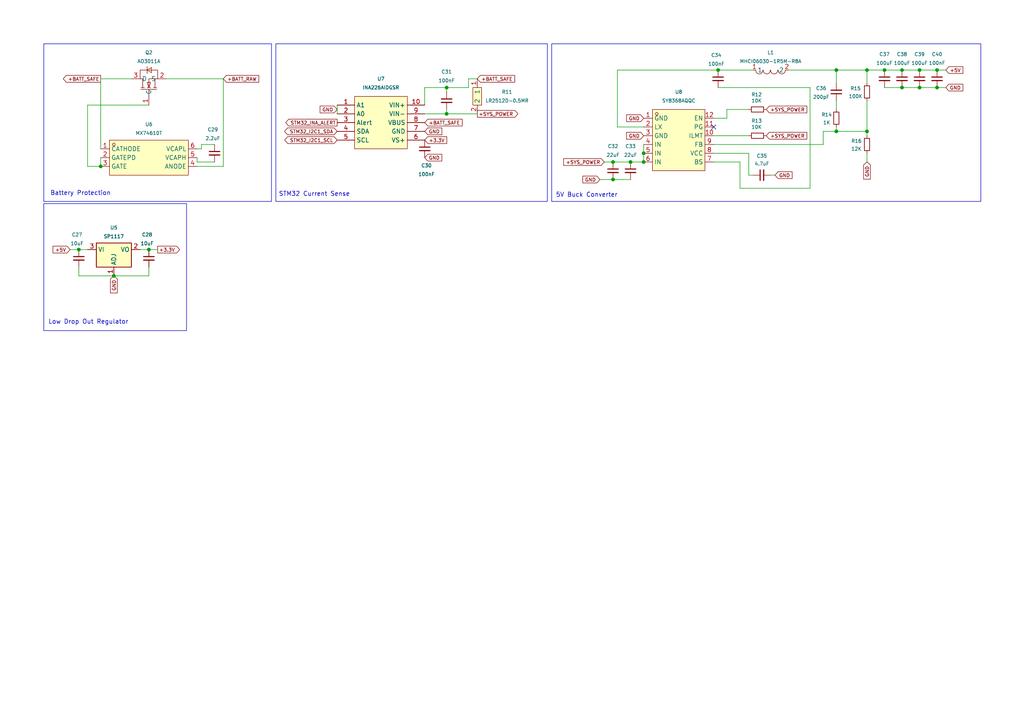
<source format=kicad_sch>
(kicad_sch (version 20250114) (generator "eeschema") (generator_version "9.0")
  (paper "A4")
  (lib_symbols
    (symbol "Device:C_Small" (pin_numbers (hide yes)) (pin_names (offset 0.254) (hide yes))
      (property "Reference" "C" (at 0.254 1.778 0))
      (property "Value" "C_Small" (at 0.254 -2.032 0))
      (symbol "C_Small_0_1"
        (polyline (pts (xy -1.524 0.508) (xy 1.524 0.508)) (stroke (width 0.3048)))
        (polyline (pts (xy -1.524 -0.508) (xy 1.524 -0.508)) (stroke (width 0.3302)))
      )
      (symbol "C_Small_1_1"
        (pin passive line (at 0 2.54 270) (length 2.032) (name "~") (number "1"))
        (pin passive line (at 0 -2.54 90) (length 2.032) (name "~") (number "2"))
      )
    )
    (symbol "Device:R_Small" (pin_numbers (hide yes)) (pin_names (offset 0.254) (hide yes))
      (property "Reference" "R" (at 0 0 90))
      (property "Value" "R_Small" (at 1.778 0 90))
      (symbol "R_Small_0_1"
        (rectangle (start -0.762 1.778) (end 0.762 -1.778) (stroke (width 0.2032)))
      )
      (symbol "R_Small_1_1"
        (pin passive line (at 0 2.54 270) (length 0.762) (name "~") (number "1"))
        (pin passive line (at 0 -2.54 90) (length 0.762) (name "~") (number "2"))
      )
    )
    (symbol "Regulator_Linear:AMS1117"
      (property "Reference" "U" (at -3.81 3.175 0))
      (property "Value" "AMS1117" (at 0 3.175 0))
      (symbol "AMS1117_0_1"
        (rectangle (start -5.08 -5.08) (end 5.08 1.905) (stroke (width 0.254)) (fill (type background)))
      )
      (symbol "AMS1117_1_1"
        (pin power_in line (at -7.62 0 0) (length 2.54) (name "VI") (number "3"))
        (pin input line (at 0 -7.62 90) (length 2.54) (name "ADJ") (number "1"))
        (pin power_out line (at 7.62 0 180) (length 2.54) (name "VO") (number "2"))
      )
    )
    (symbol "easyeda2kicad:AO3011A"
      (property "Reference" "Q" (at 0 10.16 0))
      (property "Value" "AO3011A" (at 0 -10.16 0))
      (symbol "AO3011A_0_1"
        (polyline (pts (xy -2.54 0) (xy -0.51 0)))
        (polyline (pts (xy -0.51 2.29) (xy -0.51 -2.29)))
        (polyline (pts (xy 0 2.29) (xy 0 1.27)))
        (polyline (pts (xy 0 1.78) (xy 2.54 1.78) (xy 2.54 2.54) (xy 5.08 2.54) (xy 5.08 2.54) (xy 5.08 0.51)))
        (polyline (pts (xy 0 0) (xy 1.52 -0.51) (xy 1.52 0.51) (xy 0 0)) (fill (type background)))
        (polyline (pts (xy 0 0) (xy 2.54 0) (xy 2.54 -2.54) (xy 5.08 -2.54) (xy 5.08 -2.54) (xy 5.08 0)))
        (polyline (pts (xy 0 -0.51) (xy 0 0.51)))
        (polyline (pts (xy 0 -2.29) (xy 0 -1.27)))
        (polyline (pts (xy 2.54 -1.78) (xy 0 -1.78)))
        (polyline (pts (xy 5.08 0.51) (xy 4.32 -0.76) (xy 5.84 -0.76) (xy 5.08 0.51)) (fill (type background)))
        (polyline (pts (xy 6.1 0.51) (xy 5.59 0.51) (xy 4.57 0.51) (xy 4.06 0.51)))
        (pin unspecified line (at -5.08 0 0) (length 2.54) (name "G") (number "1"))
        (pin unspecified line (at 2.54 5.08 270) (length 2.54) (name "D") (number "3"))
        (pin unspecified line (at 2.54 -5.08 90) (length 2.54) (name "S") (number "2"))
      )
    )
    (symbol "easyeda2kicad:INA226AIDGSR"
      (property "Reference" "U" (at 0 10.16 0))
      (property "Value" "INA226AIDGSR" (at 0 -10.16 0))
      (symbol "INA226AIDGSR_0_1"
        (rectangle (start -7.62 7.62) (end 7.62 -7.62) (fill (type background)))
        (pin unspecified line (at -12.7 5.08 0) (length 5.08) (name "A1") (number "1"))
        (pin unspecified line (at -12.7 2.54 0) (length 5.08) (name "A0") (number "2"))
        (pin unspecified line (at -12.7 0 0) (length 5.08) (name "Alert") (number "3"))
        (pin unspecified line (at -12.7 -2.54 0) (length 5.08) (name "SDA") (number "4"))
        (pin unspecified line (at -12.7 -5.08 0) (length 5.08) (name "SCL") (number "5"))
        (pin unspecified line (at 12.7 5.08 180) (length 5.08) (name "VIN+") (number "10"))
        (pin unspecified line (at 12.7 2.54 180) (length 5.08) (name "VIN-") (number "9"))
        (pin unspecified line (at 12.7 0 180) (length 5.08) (name "VBUS") (number "8"))
        (pin unspecified line (at 12.7 -2.54 180) (length 5.08) (name "GND") (number "7"))
        (pin unspecified line (at 12.7 -5.08 180) (length 5.08) (name "VS+") (number "6"))
      )
    )
    (symbol "easyeda2kicad:LR2512D-3W-0.5MR-1%"
      (property "Reference" "R" (at 0 5.08 0))
      (property "Value" "LR2512D-3W-0.5MR-1%" (at 0 -5.08 0))
      (symbol "LR2512D-3W-0.5MR-1%_0_1"
        (rectangle (start -2.54 1.27) (end 2.54 -1.27) (fill (type background)))
        (pin unspecified line (at -5.08 0 0) (length 2.54) (name "1") (number "1"))
        (pin unspecified line (at 5.08 0 180) (length 2.54) (name "2") (number "2"))
      )
    )
    (symbol "easyeda2kicad:MHCI06030-1R5M-R8A"
      (property "Reference" "L" (at 0 5.08 0))
      (property "Value" "MHCI06030-1R5M-R8A" (at 0 -5.08 0))
      (symbol "MHCI06030-1R5M-R8A_0_1"
        (arc (start -2.27 -0.02) (mid -3.28 -1.1255) (end -4.29 -0.02))
        (arc (start -0.11 -0.02) (mid -1.12 -1.1204) (end -2.13 -0.02))
        (arc (start 2.04 -0.02) (mid 1.03 -1.1204) (end 0.02 -0.02))
        (arc (start 4.23 -0.02) (mid 3.22 -1.1204) (end 2.21 -0.02))
        (pin unspecified line (at -5.08 0 0) (length 0.762) (name "1") (number "1"))
        (pin unspecified line (at 5.08 0 180) (length 0.762) (name "2") (number "2"))
      )
    )
    (symbol "easyeda2kicad:MX74610T"
      (property "Reference" "U" (at 0 7.62 0))
      (property "Value" "MX74610T" (at 0 -7.62 0))
      (symbol "MX74610T_0_1"
        (rectangle (start -11.43 5.08) (end 11.43 -5.08) (fill (type background)))
        (circle (center -10.16 3.81) (radius 0.38))
        (pin unspecified line (at -13.97 2.54 0) (length 2.54) (name "CATHODE") (number "1"))
        (pin unspecified line (at -13.97 0 0) (length 2.54) (name "GATEPD") (number "2"))
        (pin unspecified line (at -13.97 -2.54 0) (length 2.54) (name "GATE") (number "3"))
        (pin unspecified line (at 13.97 2.54 180) (length 2.54) (name "VCAPL") (number "6"))
        (pin unspecified line (at 13.97 0 180) (length 2.54) (name "VCAPH") (number "5"))
        (pin unspecified line (at 13.97 -2.54 180) (length 2.54) (name "ANODE") (number "4"))
      )
    )
    (symbol "easyeda2kicad:SY8368AQQC"
      (property "Reference" "U" (at 0 11.43 0))
      (property "Value" "SY8368AQQC" (at 0 -11.43 0))
      (symbol "SY8368AQQC_0_1"
        (rectangle (start -7.62 8.89) (end 7.62 -8.89) (fill (type background)))
        (circle (center -6.35 7.62) (radius 0.38))
        (pin unspecified line (at -10.16 6.35 0) (length 2.54) (name "GND") (number "1"))
        (pin unspecified line (at -10.16 3.81 0) (length 2.54) (name "LX") (number "2"))
        (pin unspecified line (at -10.16 1.27 0) (length 2.54) (name "GND") (number "3"))
        (pin unspecified line (at -10.16 -1.27 0) (length 2.54) (name "IN") (number "4"))
        (pin unspecified line (at -10.16 -3.81 0) (length 2.54) (name "IN") (number "5"))
        (pin unspecified line (at -10.16 -6.35 0) (length 2.54) (name "IN") (number "6"))
        (pin unspecified line (at 10.16 6.35 180) (length 2.54) (name "EN") (number "12"))
        (pin unspecified line (at 10.16 3.81 180) (length 2.54) (name "PG") (number "11"))
        (pin unspecified line (at 10.16 1.27 180) (length 2.54) (name "ILMT") (number "10"))
        (pin unspecified line (at 10.16 -1.27 180) (length 2.54) (name "FB") (number "9"))
        (pin unspecified line (at 10.16 -3.81 180) (length 2.54) (name "VCC") (number "8"))
        (pin unspecified line (at 10.16 -6.35 180) (length 2.54) (name "BS") (number "7"))
      )
    )
  )
  (rectangle (start 12.7 12.7) (end 78.74 58.42))
  (rectangle (start 80.01 12.7) (end 158.75 58.42))
  (rectangle (start 12.7 59.055) (end 54.102 95.885))
  (rectangle (start 160.02 12.7) (end 284.48 58.42))
  (text "Low Drop Out Regulator" (at 25.654 93.472 0) (effects (font (size 1.27 1.27))))
  (text "Battery Protection" (at 23.368 56.134 0) (effects (font (size 1.27 1.27))))
  (text "5V Buck Converter" (at 170.18 56.642 0) (effects (font (size 1.27 1.27))))
  (text "STM32 Current Sense" (at 91.186 56.388 0) (effects (font (size 1.27 1.27))))
  (junction (at 33.02 80.01))
  (junction (at 242.57 20.32))
  (junction (at 43.18 72.39))
  (junction (at 271.78 20.32))
  (junction (at 29.21 48.26))
  (junction (at 186.69 44.45))
  (junction (at 177.8 52.07))
  (junction (at 177.8 46.99))
  (junction (at 261.62 25.4))
  (junction (at 251.46 20.32))
  (junction (at 256.54 20.32))
  (junction (at 129.54 25.4))
  (junction (at 251.46 38.1))
  (junction (at 186.69 46.99))
  (junction (at 271.78 25.4))
  (junction (at 22.86 72.39))
  (junction (at 182.88 46.99))
  (junction (at 129.54 33.02))
  (junction (at 208.28 20.32))
  (junction (at 266.7 20.32))
  (junction (at 242.57 38.1))
  (junction (at 266.7 25.4))
  (junction (at 261.62 20.32))
  (no_connect (at 207.01 36.83))
  (wire (pts (xy 57.15 43.18) (xy 58.42 43.18)))
  (wire (pts (xy 207.01 46.99) (xy 214.63 46.99)))
  (wire (pts (xy 25.4 48.26) (xy 25.4 30.48)))
  (wire (pts (xy 29.21 48.26) (xy 29.21 45.72)))
  (wire (pts (xy 242.57 20.32) (xy 251.46 20.32)))
  (wire (pts (xy 135.89 25.4) (xy 129.54 25.4)))
  (wire (pts (xy 48.26 22.86) (xy 64.77 22.86)))
  (wire (pts (xy 129.54 33.02) (xy 138.43 33.02)))
  (wire (pts (xy 242.57 36.83) (xy 242.57 38.1)))
  (wire (pts (xy 256.54 20.32) (xy 261.62 20.32)))
  (wire (pts (xy 217.17 50.8) (xy 218.44 50.8)))
  (wire (pts (xy 97.79 30.48) (xy 97.79 33.02)))
  (wire (pts (xy 22.86 80.01) (xy 33.02 80.01)))
  (wire (pts (xy 242.57 20.32) (xy 242.57 24.13)))
  (wire (pts (xy 177.8 52.07) (xy 182.88 52.07)))
  (wire (pts (xy 58.42 41.91) (xy 62.23 41.91)))
  (wire (pts (xy 261.62 25.4) (xy 266.7 25.4)))
  (wire (pts (xy 25.4 30.48) (xy 43.18 30.48)))
  (wire (pts (xy 242.57 29.21) (xy 242.57 31.75)))
  (wire (pts (xy 33.02 80.01) (xy 43.18 80.01)))
  (wire (pts (xy 251.46 29.21) (xy 251.46 38.1)))
  (wire (pts (xy 29.21 43.18) (xy 29.21 22.86)))
  (wire (pts (xy 256.54 25.4) (xy 261.62 25.4)))
  (wire (pts (xy 271.78 25.4) (xy 274.32 25.4)))
  (wire (pts (xy 138.43 22.86) (xy 135.89 22.86)))
  (wire (pts (xy 173.99 52.07) (xy 177.8 52.07)))
  (wire (pts (xy 29.21 22.86) (xy 38.1 22.86)))
  (wire (pts (xy 135.89 22.86) (xy 135.89 25.4)))
  (wire (pts (xy 214.63 54.61) (xy 234.95 54.61)))
  (wire (pts (xy 182.88 46.99) (xy 186.69 46.99)))
  (wire (pts (xy 214.63 46.99) (xy 214.63 54.61)))
  (wire (pts (xy 266.7 25.4) (xy 271.78 25.4)))
  (wire (pts (xy 129.54 33.02) (xy 129.54 31.75)))
  (wire (pts (xy 224.79 50.8) (xy 223.52 50.8)))
  (wire (pts (xy 208.28 20.32) (xy 218.44 20.32)))
  (wire (pts (xy 175.26 46.99) (xy 177.8 46.99)))
  (wire (pts (xy 123.19 30.48) (xy 123.19 25.4)))
  (wire (pts (xy 234.95 25.4) (xy 234.95 54.61)))
  (wire (pts (xy 251.46 38.1) (xy 251.46 39.37)))
  (wire (pts (xy 210.82 34.29) (xy 207.01 34.29)))
  (wire (pts (xy 210.82 31.75) (xy 210.82 34.29)))
  (wire (pts (xy 217.17 44.45) (xy 217.17 50.8)))
  (wire (pts (xy 186.69 41.91) (xy 186.69 44.45)))
  (wire (pts (xy 179.07 36.83) (xy 179.07 20.32)))
  (wire (pts (xy 62.23 46.99) (xy 57.15 46.99)))
  (wire (pts (xy 186.69 36.83) (xy 179.07 36.83)))
  (wire (pts (xy 242.57 38.1) (xy 251.46 38.1)))
  (wire (pts (xy 251.46 20.32) (xy 256.54 20.32)))
  (wire (pts (xy 207.01 41.91) (xy 238.76 41.91)))
  (wire (pts (xy 123.19 25.4) (xy 129.54 25.4)))
  (wire (pts (xy 57.15 46.99) (xy 57.15 45.72)))
  (wire (pts (xy 22.86 77.47) (xy 22.86 80.01)))
  (wire (pts (xy 261.62 20.32) (xy 266.7 20.32)))
  (wire (pts (xy 40.64 72.39) (xy 43.18 72.39)))
  (wire (pts (xy 238.76 38.1) (xy 242.57 38.1)))
  (wire (pts (xy 43.18 72.39) (xy 45.72 72.39)))
  (wire (pts (xy 251.46 44.45) (xy 251.46 46.99)))
  (wire (pts (xy 22.86 72.39) (xy 25.4 72.39)))
  (wire (pts (xy 20.32 72.39) (xy 22.86 72.39)))
  (wire (pts (xy 251.46 20.32) (xy 251.46 24.13)))
  (wire (pts (xy 228.6 20.32) (xy 242.57 20.32)))
  (wire (pts (xy 29.21 48.26) (xy 25.4 48.26)))
  (wire (pts (xy 186.69 44.45) (xy 186.69 46.99)))
  (wire (pts (xy 234.95 25.4) (xy 208.28 25.4)))
  (wire (pts (xy 207.01 44.45) (xy 217.17 44.45)))
  (wire (pts (xy 207.01 39.37) (xy 217.17 39.37)))
  (wire (pts (xy 179.07 20.32) (xy 208.28 20.32)))
  (wire (pts (xy 274.32 20.32) (xy 271.78 20.32)))
  (wire (pts (xy 238.76 38.1) (xy 238.76 41.91)))
  (wire (pts (xy 129.54 26.67) (xy 129.54 25.4)))
  (wire (pts (xy 58.42 43.18) (xy 58.42 41.91)))
  (wire (pts (xy 266.7 20.32) (xy 271.78 20.32)))
  (wire (pts (xy 57.15 48.26) (xy 64.77 48.26)))
  (wire (pts (xy 177.8 46.99) (xy 182.88 46.99)))
  (wire (pts (xy 217.17 31.75) (xy 210.82 31.75)))
  (wire (pts (xy 64.77 48.26) (xy 64.77 22.86)))
  (wire (pts (xy 123.19 33.02) (xy 129.54 33.02)))
  (wire (pts (xy 43.18 77.47) (xy 43.18 80.01)))
  (global_label "GND" (shape input) (at 186.69 39.37 180) (effects (font (size 1 1))) (property "Intersheetrefs" "${INTERSHEET_REFS}" (effects (hide yes))))
  (global_label "STM32_INA_ALERT" (shape output) (at 97.79 35.56 180) (effects (font (size 1 1))) (property "Intersheetrefs" "${INTERSHEET_REFS}" (effects (hide yes))))
  (global_label "GND" (shape input) (at 173.99 52.07 180) (effects (font (size 1 1))) (property "Intersheetrefs" "${INTERSHEET_REFS}" (effects (hide yes))))
  (global_label "GND" (shape input) (at 97.79 31.75 180) (effects (font (size 1 1))) (property "Intersheetrefs" "${INTERSHEET_REFS}" (effects (hide yes))))
  (global_label "+5V" (shape input) (at 20.32 72.39 180) (effects (font (size 1 1))) (property "Intersheetrefs" "${INTERSHEET_REFS}" (effects (hide yes))))
  (global_label "+BATT_SAFE" (shape input) (at 138.43 22.86 0) (effects (font (size 1 1))) (property "Intersheetrefs" "${INTERSHEET_REFS}" (effects (hide yes))))
  (global_label "+SYS_POWER" (shape input) (at 175.26 46.99 180) (effects (font (size 1 1))) (property "Intersheetrefs" "${INTERSHEET_REFS}" (effects (hide yes))))
  (global_label "GND" (shape input) (at 186.69 34.29 180) (effects (font (size 1 1))) (property "Intersheetrefs" "${INTERSHEET_REFS}" (effects (hide yes))))
  (global_label "+3.3V" (shape input) (at 123.19 40.64 0) (effects (font (size 1 1))) (property "Intersheetrefs" "${INTERSHEET_REFS}" (effects (hide yes))))
  (global_label "+BATT_SAFE" (shape input) (at 123.19 35.56 0) (effects (font (size 1 1))) (property "Intersheetrefs" "${INTERSHEET_REFS}" (effects (hide yes))))
  (global_label "+3.3V" (shape output) (at 45.72 72.39 0) (effects (font (size 1 1))) (property "Intersheetrefs" "${INTERSHEET_REFS}" (effects (hide yes))))
  (global_label "STM32_I2C1_SCL" (shape bidirectional) (at 97.79 40.64 180) (effects (font (size 1 1))) (property "Intersheetrefs" "${INTERSHEET_REFS}" (effects (hide yes))))
  (global_label "GND" (shape input) (at 224.79 50.8 0) (effects (font (size 1 1))) (property "Intersheetrefs" "${INTERSHEET_REFS}" (effects (hide yes))))
  (global_label "+BATT_RAW" (shape input) (at 64.77 22.86 0) (effects (font (size 1 1))) (property "Intersheetrefs" "${INTERSHEET_REFS}" (effects (hide yes))))
  (global_label "GND" (shape input) (at 33.02 80.01 270) (effects (font (size 1 1))) (property "Intersheetrefs" "${INTERSHEET_REFS}" (effects (hide yes))))
  (global_label "+SYS_POWER" (shape input) (at 222.25 39.37 0) (effects (font (size 1 1))) (property "Intersheetrefs" "${INTERSHEET_REFS}" (effects (hide yes))))
  (global_label "+SYS_POWER" (shape output) (at 138.43 33.02 0) (effects (font (size 1 1))) (property "Intersheetrefs" "${INTERSHEET_REFS}" (effects (hide yes))))
  (global_label "GND" (shape input) (at 274.32 25.4 0) (effects (font (size 1 1))) (property "Intersheetrefs" "${INTERSHEET_REFS}" (effects (hide yes))))
  (global_label "GND" (shape input) (at 123.19 38.1 0) (effects (font (size 1 1))) (property "Intersheetrefs" "${INTERSHEET_REFS}" (effects (hide yes))))
  (global_label "STM32_I2C1_SDA" (shape bidirectional) (at 97.79 38.1 180) (effects (font (size 1 1))) (property "Intersheetrefs" "${INTERSHEET_REFS}" (effects (hide yes))))
  (global_label "+5V" (shape input) (at 274.32 20.32 0) (effects (font (size 1 1))) (property "Intersheetrefs" "${INTERSHEET_REFS}" (effects (hide yes))))
  (global_label "+SYS_POWER" (shape input) (at 222.25 31.75 0) (effects (font (size 1 1))) (property "Intersheetrefs" "${INTERSHEET_REFS}" (effects (hide yes))))
  (global_label "GND" (shape input) (at 251.46 46.99 270) (effects (font (size 1 1))) (property "Intersheetrefs" "${INTERSHEET_REFS}" (effects (hide yes))))
  (global_label "+BATT_SAFE" (shape output) (at 29.21 22.86 180) (effects (font (size 1 1))) (property "Intersheetrefs" "${INTERSHEET_REFS}" (effects (hide yes))))
  (global_label "GND" (shape input) (at 123.19 45.72 0) (effects (font (size 1 1))) (property "Intersheetrefs" "${INTERSHEET_REFS}" (effects (hide yes))))
  (symbol (lib_id "Device:R_Small") (at 242.57 34.29 180) (unit 1)
    (property "Reference" "R14" (at 239.776 33.274 0) (effects (font (size 1 1))))
    (property "Value" "1K" (at 239.776 35.56 0) (effects (font (size 1 1))))
    (property "Footprint" "Resistor_SMD:R_0603_1608Metric" (effects (hide yes)))
    (property "Description" "Resistor, small symbol" (effects (hide yes)))
  )
  (symbol (lib_id "Device:C_Small") (at 271.78 22.86 0) (unit 1)
    (property "Reference" "C40" (at 271.78 15.748 0) (effects (font (size 1 1))))
    (property "Value" "100nF" (at 271.78 18.288 0) (effects (font (size 1 1))))
    (property "Footprint" "Capacitor_SMD:C_0603_1608Metric" (effects (hide yes)))
    (property "Description" "Unpolarized capacitor, small symbol" (effects (hide yes)))
  )
  (symbol (lib_id "Device:C_Small") (at 266.7 22.86 0) (unit 1)
    (property "Reference" "C39" (at 266.7 15.748 0) (effects (font (size 1 1))))
    (property "Value" "100uF" (at 266.7 18.288 0) (effects (font (size 1 1))))
    (property "Footprint" "Capacitor_SMD:C_1206_3216Metric" (effects (hide yes)))
    (property "Description" "Unpolarized capacitor, small symbol" (effects (hide yes)))
  )
  (symbol (lib_id "easyeda2kicad:AO3011A") (at 43.18 25.4 90) (unit 1)
    (property "Reference" "Q2" (at 43.18 15.24 90) (effects (font (size 1 1))))
    (property "Value" "AO3011A" (at 43.18 17.78 90) (effects (font (size 1 1))))
    (property "Footprint" "easyeda2kicad:SOT-23-3_L2.9-W1.6-P1.90-LS2.8-BR" (effects (hide yes)))
    (property "LCSC Part" "C49046454" (effects (hide yes)))
  )
  (symbol (lib_id "Device:C_Small") (at 182.88 49.53 0) (unit 1)
    (property "Reference" "C33" (at 182.88 42.418 0) (effects (font (size 1 1))))
    (property "Value" "22uF" (at 182.88 44.958 0) (effects (font (size 1 1))))
    (property "Footprint" "Capacitor_SMD:C_0805_2012Metric" (effects (hide yes)))
    (property "Description" "Unpolarized capacitor, small symbol" (effects (hide yes)))
  )
  (symbol (lib_id "easyeda2kicad:MHCI06030-1R5M-R8A") (at 223.52 20.32 0) (unit 1)
    (property "Reference" "L1" (at 223.52 15.24 0) (effects (font (size 1 1))))
    (property "Value" "MHCI06030-1R5M-R8A" (at 223.52 17.78 0) (effects (font (size 1 1))))
    (property "Footprint" "easyeda2kicad:IND-SMD_L7.3-W6.6" (effects (hide yes)))
    (property "Datasheet" "https://lcsc.com/product-detail/Power-Inductors_Chilisin-Elec-MHCI06030-1R5M-R8A_C329386.html" (effects (hide yes)))
    (property "LCSC Part" "C329386" (effects (hide yes)))
  )
  (symbol (lib_id "Device:C_Small") (at 22.86 74.93 0) (unit 1)
    (property "Reference" "C27" (at 22.352 68.072 0) (effects (font (size 1 1))))
    (property "Value" "10uF" (at 22.352 70.612 0) (effects (font (size 1 1))))
    (property "Footprint" "Capacitor_SMD:C_0805_2012Metric" (effects (hide yes)))
    (property "Description" "Unpolarized capacitor, small symbol" (effects (hide yes)))
  )
  (symbol (lib_id "Device:C_Small") (at 43.18 74.93 0) (unit 1)
    (property "Reference" "C28" (at 42.672 68.072 0) (effects (font (size 1 1))))
    (property "Value" "10uF" (at 42.672 70.612 0) (effects (font (size 1 1))))
    (property "Footprint" "Capacitor_SMD:C_0805_2012Metric" (effects (hide yes)))
    (property "Description" "Unpolarized capacitor, small symbol" (effects (hide yes)))
  )
  (symbol (lib_id "Device:C_Small") (at 62.23 44.45 0) (unit 1)
    (property "Reference" "C29" (at 61.722 37.592 0) (effects (font (size 1 1))))
    (property "Value" "2.2uF" (at 61.722 40.132 0) (effects (font (size 1 1))))
    (property "Footprint" "Capacitor_SMD:C_0603_1608Metric" (effects (hide yes)))
    (property "Description" "Unpolarized capacitor, small symbol" (effects (hide yes)))
  )
  (symbol (lib_id "Device:R_Small") (at 251.46 41.91 180) (unit 1)
    (property "Reference" "R16" (at 248.412 40.894 0) (effects (font (size 1 1))))
    (property "Value" "12K" (at 248.412 43.18 0) (effects (font (size 1 1))))
    (property "Footprint" "Resistor_SMD:R_0603_1608Metric" (effects (hide yes)))
    (property "Description" "Resistor, small symbol" (effects (hide yes)))
  )
  (symbol (lib_id "Device:R_Small") (at 219.71 39.37 90) (unit 1)
    (property "Reference" "R13" (at 219.456 35.052 90) (effects (font (size 1 1))))
    (property "Value" "10K" (at 219.456 36.83 90) (effects (font (size 1 1))))
    (property "Footprint" "Resistor_SMD:R_0603_1608Metric" (effects (hide yes)))
    (property "Description" "Resistor, small symbol" (effects (hide yes)))
  )
  (symbol (lib_id "easyeda2kicad:INA226AIDGSR") (at 110.49 35.56 0) (unit 1)
    (property "Reference" "U7" (at 110.49 22.86 0) (effects (font (size 1 1))))
    (property "Value" "INA226AIDGSR" (at 110.49 25.4 0) (effects (font (size 1 1))))
    (property "Footprint" "easyeda2kicad:MSOP-10_L3.0-W3.0-P0.50-LS5.0-BL" (effects (hide yes)))
    (property "Datasheet" "https://lcsc.com/product-detail/PMIC-Current-Regulation_TI_INA226AIDGSR_INA226AIDGSR_C49851.html" (effects (hide yes)))
    (property "LCSC Part" "C49851" (effects (hide yes)))
  )
  (symbol (lib_id "easyeda2kicad:LR2512D-3W-0.5MR-1%") (at 138.43 27.94 270) (unit 1)
    (property "Reference" "R11" (at 147.066 26.67 90) (effects (font (size 1 1))))
    (property "Value" "LR2512D-0.5MR" (at 147.066 29.21 90) (effects (font (size 1 1))))
    (property "Footprint" "easyeda2kicad:RES-SMD_L6.4-W3.2_C500733" (effects (hide yes)))
    (property "Datasheet" "https://lcsc.com/product-detail/Low-Resistors-Current-Sense-Resistors-Surface-Mount_Milliohm-LR2512D-3W-0-5mR-1_C500733.html" (effects (hide yes)))
    (property "LCSC Part" "C500733" (effects (hide yes)))
  )
  (symbol (lib_id "Device:R_Small") (at 219.71 31.75 90) (unit 1)
    (property "Reference" "R12" (at 219.456 27.432 90) (effects (font (size 1 1))))
    (property "Value" "10K" (at 219.456 29.21 90) (effects (font (size 1 1))))
    (property "Footprint" "Resistor_SMD:R_0603_1608Metric" (effects (hide yes)))
    (property "Description" "Resistor, small symbol" (effects (hide yes)))
  )
  (symbol (lib_id "Device:C_Small") (at 123.19 43.18 0) (unit 1)
    (property "Reference" "C30" (at 123.698 48.006 0) (effects (font (size 1 1))))
    (property "Value" "100nF" (at 123.698 50.546 0) (effects (font (size 1 1))))
    (property "Footprint" "Capacitor_SMD:C_0603_1608Metric" (effects (hide yes)))
    (property "Description" "Unpolarized capacitor, small symbol" (effects (hide yes)))
  )
  (symbol (lib_id "Device:C_Small") (at 129.54 29.21 0) (unit 1)
    (property "Reference" "C31" (at 129.54 20.828 0) (effects (font (size 1 1))))
    (property "Value" "100nF" (at 129.54 23.368 0) (effects (font (size 1 1))))
    (property "Footprint" "Capacitor_SMD:C_0603_1608Metric" (effects (hide yes)))
    (property "Description" "Unpolarized capacitor, small symbol" (effects (hide yes)))
  )
  (symbol (lib_id "easyeda2kicad:MX74610T") (at 43.18 45.72 0) (unit 1)
    (property "Reference" "U6" (at 43.18 36.068 0) (effects (font (size 1 1))))
    (property "Value" "MX74610T" (at 43.18 38.608 0) (effects (font (size 1 1))))
    (property "Footprint" "easyeda2kicad:SOT-23-6_L2.9-W1.6-P0.95-LS2.8-BL-1" (effects (hide yes)))
    (property "LCSC Part" "C19078229" (effects (hide yes)))
  )
  (symbol (lib_id "Device:R_Small") (at 251.46 26.67 180) (unit 1)
    (property "Reference" "R15" (at 248.158 25.654 0) (effects (font (size 1 1))))
    (property "Value" "100K" (at 248.158 27.94 0) (effects (font (size 1 1))))
    (property "Footprint" "Resistor_SMD:R_0603_1608Metric" (effects (hide yes)))
    (property "Description" "Resistor, small symbol" (effects (hide yes)))
  )
  (symbol (lib_id "easyeda2kicad:SY8368AQQC") (at 196.85 40.64 0) (unit 1)
    (property "Reference" "U8" (at 196.85 26.67 0) (effects (font (size 1 1))))
    (property "Value" "SY8368AQQC" (at 196.85 29.21 0) (effects (font (size 1 1))))
    (property "Footprint" "easyeda2kicad:QFN-12_L3.0-W3.0-P0.45-TL-EP" (effects (hide yes)))
    (property "LCSC Part" "C207642" (effects (hide yes)))
  )
  (symbol (lib_id "Device:C_Small") (at 177.8 49.53 0) (unit 1)
    (property "Reference" "C32" (at 177.8 42.418 0) (effects (font (size 1 1))))
    (property "Value" "22uF" (at 177.8 44.958 0) (effects (font (size 1 1))))
    (property "Footprint" "Capacitor_SMD:C_0805_2012Metric" (effects (hide yes)))
    (property "Description" "Unpolarized capacitor, small symbol" (effects (hide yes)))
  )
  (symbol (lib_id "Device:C_Small") (at 261.62 22.86 0) (unit 1)
    (property "Reference" "C38" (at 261.62 15.748 0) (effects (font (size 1 1))))
    (property "Value" "100uF" (at 261.62 18.288 0) (effects (font (size 1 1))))
    (property "Footprint" "Capacitor_SMD:C_1206_3216Metric" (effects (hide yes)))
    (property "Description" "Unpolarized capacitor, small symbol" (effects (hide yes)))
  )
  (symbol (lib_id "Device:C_Small") (at 242.57 26.67 180) (unit 1)
    (property "Reference" "C36" (at 238.1885 25.5905 0) (effects (font (size 1 1))))
    (property "Value" "200pF" (at 238.1885 28.1305 0) (effects (font (size 1 1))))
    (property "Footprint" "Capacitor_SMD:C_0603_1608Metric" (effects (hide yes)))
    (property "Description" "Unpolarized capacitor, small symbol" (effects (hide yes)))
  )
  (symbol (lib_id "Device:C_Small") (at 208.28 22.86 0) (unit 1)
    (property "Reference" "C34" (at 207.772 16.002 0) (effects (font (size 1 1))))
    (property "Value" "100nF" (at 207.772 18.542 0) (effects (font (size 1 1))))
    (property "Footprint" "Capacitor_SMD:C_0603_1608Metric" (effects (hide yes)))
    (property "Description" "Unpolarized capacitor, small symbol" (effects (hide yes)))
  )
  (symbol (lib_id "Device:C_Small") (at 256.54 22.86 0) (unit 1)
    (property "Reference" "C37" (at 256.54 15.748 0) (effects (font (size 1 1))))
    (property "Value" "100uF" (at 256.54 18.288 0) (effects (font (size 1 1))))
    (property "Footprint" "Capacitor_SMD:C_1206_3216Metric" (effects (hide yes)))
    (property "Description" "Unpolarized capacitor, small symbol" (effects (hide yes)))
  )
  (symbol (lib_id "Regulator_Linear:AMS1117") (at 33.02 72.39 0) (unit 1)
    (property "Reference" "U5" (at 33.02 66.04 0) (effects (font (size 1 1))))
    (property "Value" "SP1117" (at 33.02 68.58 0) (effects (font (size 1 1))))
    (property "Footprint" "Package_TO_SOT_SMD:SOT-223-3_TabPin2" (effects (hide yes)))
    (property "Datasheet" "http://www.advanced-monolithic.com/pdf/ds1117.pdf" (effects (hide yes)))
    (property "Description" "1A Low Dropout regulator, positive, adjustable output, SOT-223" (effects (hide yes)))
  )
  (symbol (lib_id "Device:C_Small") (at 220.98 50.8 90) (unit 1)
    (property "Reference" "C35" (at 220.98 45.212 90) (effects (font (size 1 1))))
    (property "Value" "4.7uF" (at 220.98 47.498 90) (effects (font (size 1 1))))
    (property "Footprint" "Capacitor_SMD:C_0603_1608Metric" (effects (hide yes)))
    (property "Description" "Unpolarized capacitor, small symbol" (effects (hide yes)))
  )
)
</source>
